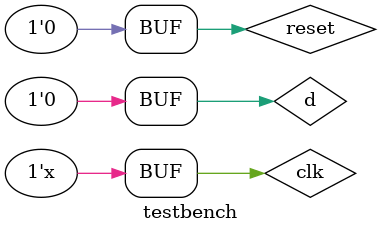
<source format=v>
`timescale 1ns/1ps

module dff(q,d,reset,clk);

	output q;
	input d,reset,clk;
	reg q;

	always @(posedge clk)
	begin
	if(reset==1)
		q=0;
	else 
		q=d;
	end
endmodule

module testbench();

reg d;
reg clk;
reg reset;
wire q;
dff uut(q,d,reset,clk);

initial begin

$dumpfile ("sync_dff_out.vcd"); 
$dumpvars(0,testbench);

d=0;
clk=0;
reset=0;

end

always
#100 clk=~clk;

initial begin
#200 d=1;
reset=1;
#200 d=0;
reset=1;

#300
d=1;
reset=0;
#600 d=0;
#500 d=1;
#200 d=0;

end
endmodule

</source>
